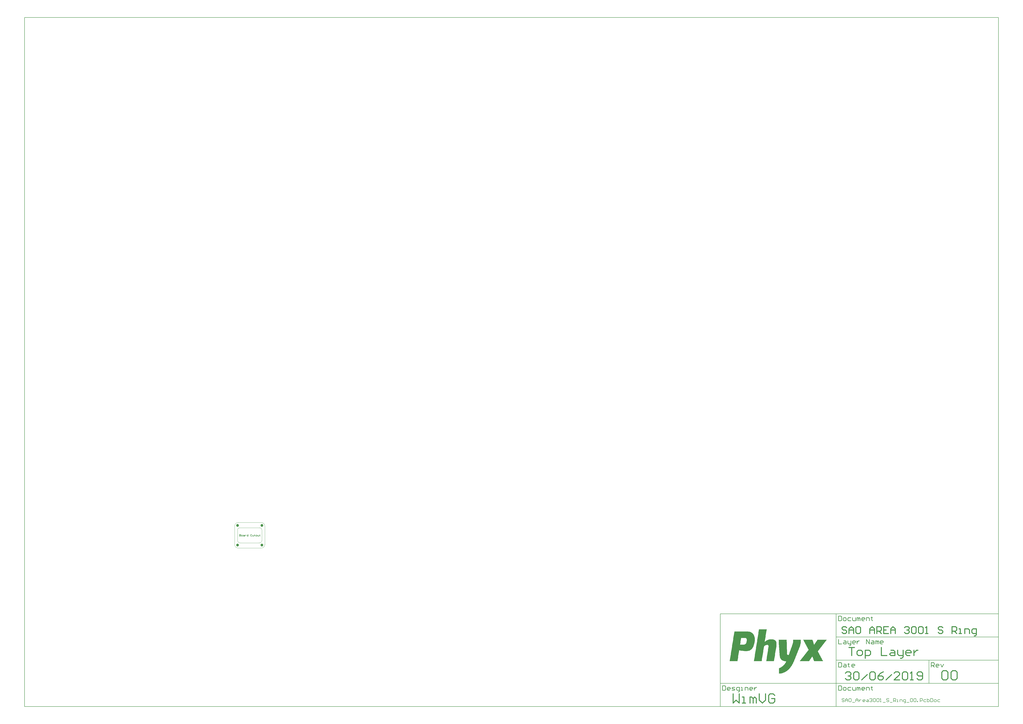
<source format=gtl>
G04*
G04 #@! TF.GenerationSoftware,Altium Limited,Altium Designer,18.1.11 (251)*
G04*
G04 Layer_Physical_Order=1*
G04 Layer_Color=3394611*
%FSLAX25Y25*%
%MOIN*%
G70*
G01*
G75*
%ADD10C,0.01575*%
%ADD11C,0.00394*%
%ADD12C,0.00591*%
%ADD13C,0.00787*%
%ADD14C,0.00984*%
%ADD16C,0.04724*%
G36*
X872201Y-141778D02*
X873919D01*
Y-142065D01*
X874778D01*
Y-142351D01*
X875637D01*
Y-142637D01*
X876496D01*
Y-142924D01*
X877069D01*
Y-143210D01*
X877355D01*
Y-143496D01*
X877928D01*
Y-143783D01*
X878214D01*
Y-144069D01*
X878786D01*
Y-144355D01*
X879073D01*
Y-144641D01*
X879359D01*
Y-144928D01*
X879646D01*
Y-145214D01*
X879932D01*
Y-145501D01*
X880218D01*
Y-145787D01*
X880504D01*
Y-146073D01*
Y-146359D01*
X880791D01*
Y-146646D01*
X881077D01*
Y-146932D01*
Y-147218D01*
X881363D01*
Y-147505D01*
X881650D01*
Y-147791D01*
Y-148077D01*
X881936D01*
Y-148364D01*
Y-148650D01*
Y-148936D01*
X882222D01*
Y-149223D01*
Y-149509D01*
Y-149795D01*
X882509D01*
Y-150082D01*
Y-150368D01*
Y-150654D01*
Y-150940D01*
X882795D01*
Y-151227D01*
Y-151513D01*
Y-151799D01*
Y-152086D01*
Y-152372D01*
X883081D01*
Y-152658D01*
Y-152945D01*
Y-153231D01*
Y-153517D01*
Y-153804D01*
Y-154090D01*
Y-154376D01*
Y-154663D01*
Y-154949D01*
Y-155235D01*
Y-155521D01*
Y-155808D01*
Y-156094D01*
Y-156380D01*
Y-156667D01*
Y-156953D01*
Y-157239D01*
Y-157526D01*
Y-157812D01*
Y-158098D01*
X882795D01*
Y-158385D01*
Y-158671D01*
Y-158957D01*
Y-159244D01*
Y-159530D01*
Y-159816D01*
Y-160102D01*
X882509D01*
Y-160389D01*
Y-160675D01*
Y-160961D01*
Y-161248D01*
Y-161534D01*
X882222D01*
Y-161820D01*
Y-162107D01*
Y-162393D01*
Y-162679D01*
Y-162966D01*
X881936D01*
Y-163252D01*
Y-163538D01*
Y-163824D01*
X881650D01*
Y-164111D01*
Y-164397D01*
Y-164683D01*
Y-164970D01*
X881363D01*
Y-165256D01*
Y-165542D01*
Y-165829D01*
X881077D01*
Y-166115D01*
Y-166401D01*
X880791D01*
Y-166688D01*
Y-166974D01*
Y-167260D01*
X880504D01*
Y-167547D01*
Y-167833D01*
X880218D01*
Y-168119D01*
Y-168405D01*
X879932D01*
Y-168692D01*
Y-168978D01*
X879646D01*
Y-169264D01*
X879359D01*
Y-169551D01*
Y-169837D01*
X879073D01*
Y-170123D01*
X878786D01*
Y-170410D01*
X878500D01*
Y-170696D01*
Y-170982D01*
X878214D01*
Y-171269D01*
X877928D01*
Y-171555D01*
X877641D01*
Y-171841D01*
X877355D01*
Y-172127D01*
X877069D01*
Y-172414D01*
X876496D01*
Y-172700D01*
X876210D01*
Y-172986D01*
X875637D01*
Y-173273D01*
X875351D01*
Y-173559D01*
X874778D01*
Y-173845D01*
X873919D01*
Y-174132D01*
X873060D01*
Y-174418D01*
X872201D01*
Y-174704D01*
X870483D01*
Y-174991D01*
X865330D01*
Y-174704D01*
X862753D01*
Y-174418D01*
X860749D01*
Y-174132D01*
X859317D01*
Y-173845D01*
X857886D01*
Y-173559D01*
X856454D01*
Y-173845D01*
Y-174132D01*
Y-174418D01*
Y-174704D01*
Y-174991D01*
Y-175277D01*
Y-175563D01*
X856168D01*
Y-175850D01*
Y-176136D01*
Y-176422D01*
Y-176709D01*
Y-176995D01*
Y-177281D01*
X855882D01*
Y-177568D01*
Y-177854D01*
Y-178140D01*
Y-178426D01*
Y-178713D01*
Y-178999D01*
X855595D01*
Y-179285D01*
Y-179572D01*
Y-179858D01*
Y-180144D01*
Y-180431D01*
Y-180717D01*
Y-181003D01*
X855309D01*
Y-181290D01*
Y-181576D01*
Y-181862D01*
Y-182149D01*
Y-182435D01*
Y-182721D01*
X855023D01*
Y-183007D01*
Y-183294D01*
Y-183580D01*
Y-183866D01*
Y-184153D01*
Y-184439D01*
X854736D01*
Y-184725D01*
Y-185012D01*
Y-185298D01*
Y-185584D01*
Y-185871D01*
Y-186157D01*
Y-186443D01*
X854450D01*
Y-186730D01*
Y-187016D01*
Y-187302D01*
Y-187588D01*
Y-187875D01*
Y-188161D01*
X854164D01*
Y-188447D01*
Y-188734D01*
Y-189020D01*
Y-189306D01*
Y-189593D01*
Y-189879D01*
X853877D01*
Y-190165D01*
Y-190452D01*
Y-190738D01*
Y-191024D01*
Y-191311D01*
Y-191597D01*
Y-191883D01*
X840421D01*
Y-191597D01*
X840707D01*
Y-191311D01*
Y-191024D01*
Y-190738D01*
Y-190452D01*
Y-190165D01*
X840993D01*
Y-189879D01*
Y-189593D01*
Y-189306D01*
Y-189020D01*
Y-188734D01*
Y-188447D01*
Y-188161D01*
X841280D01*
Y-187875D01*
Y-187588D01*
Y-187302D01*
Y-187016D01*
Y-186730D01*
Y-186443D01*
X841566D01*
Y-186157D01*
Y-185871D01*
Y-185584D01*
Y-185298D01*
Y-185012D01*
Y-184725D01*
X841852D01*
Y-184439D01*
Y-184153D01*
Y-183866D01*
Y-183580D01*
Y-183294D01*
Y-183007D01*
Y-182721D01*
X842138D01*
Y-182435D01*
Y-182149D01*
Y-181862D01*
Y-181576D01*
Y-181290D01*
Y-181003D01*
X842425D01*
Y-180717D01*
Y-180431D01*
Y-180144D01*
Y-179858D01*
Y-179572D01*
Y-179285D01*
X842711D01*
Y-178999D01*
Y-178713D01*
Y-178426D01*
Y-178140D01*
Y-177854D01*
Y-177568D01*
X842997D01*
Y-177281D01*
Y-176995D01*
Y-176709D01*
Y-176422D01*
Y-176136D01*
Y-175850D01*
Y-175563D01*
X843284D01*
Y-175277D01*
Y-174991D01*
Y-174704D01*
Y-174418D01*
Y-174132D01*
Y-173845D01*
X843570D01*
Y-173559D01*
Y-173273D01*
Y-172986D01*
Y-172700D01*
Y-172414D01*
Y-172127D01*
X843856D01*
Y-171841D01*
Y-171555D01*
Y-171269D01*
Y-170982D01*
Y-170696D01*
Y-170410D01*
X844143D01*
Y-170123D01*
Y-169837D01*
Y-169551D01*
Y-169264D01*
Y-168978D01*
Y-168692D01*
Y-168405D01*
X844429D01*
Y-168119D01*
Y-167833D01*
Y-167547D01*
Y-167260D01*
Y-166974D01*
Y-166688D01*
X844715D01*
Y-166401D01*
Y-166115D01*
Y-165829D01*
Y-165542D01*
Y-165256D01*
Y-164970D01*
X845002D01*
Y-164683D01*
Y-164397D01*
Y-164111D01*
Y-163824D01*
Y-163538D01*
Y-163252D01*
Y-162966D01*
X845288D01*
Y-162679D01*
Y-162393D01*
Y-162107D01*
Y-161820D01*
Y-161534D01*
Y-161248D01*
X845574D01*
Y-160961D01*
Y-160675D01*
Y-160389D01*
Y-160102D01*
Y-159816D01*
Y-159530D01*
X845861D01*
Y-159244D01*
Y-158957D01*
Y-158671D01*
Y-158385D01*
Y-158098D01*
Y-157812D01*
X846147D01*
Y-157526D01*
Y-157239D01*
Y-156953D01*
Y-156667D01*
Y-156380D01*
Y-156094D01*
Y-155808D01*
X846433D01*
Y-155521D01*
Y-155235D01*
Y-154949D01*
Y-154663D01*
Y-154376D01*
Y-154090D01*
X846719D01*
Y-153804D01*
Y-153517D01*
Y-153231D01*
Y-152945D01*
Y-152658D01*
Y-152372D01*
X847006D01*
Y-152086D01*
Y-151799D01*
Y-151513D01*
Y-151227D01*
Y-150940D01*
Y-150654D01*
Y-150368D01*
X847292D01*
Y-150082D01*
Y-149795D01*
Y-149509D01*
Y-149223D01*
Y-148936D01*
Y-148650D01*
X847578D01*
Y-148364D01*
Y-148077D01*
Y-147791D01*
Y-147505D01*
Y-147218D01*
Y-146932D01*
X847865D01*
Y-146646D01*
Y-146359D01*
Y-146073D01*
Y-145787D01*
Y-145501D01*
Y-145214D01*
Y-144928D01*
X848151D01*
Y-144641D01*
Y-144355D01*
Y-144069D01*
Y-143783D01*
Y-143496D01*
Y-143210D01*
X848437D01*
Y-142924D01*
Y-142637D01*
Y-142351D01*
Y-142065D01*
Y-141778D01*
Y-141492D01*
X872201D01*
Y-141778D01*
D02*
G37*
G36*
X903409Y-138343D02*
Y-138629D01*
X903123D01*
Y-138915D01*
Y-139202D01*
Y-139488D01*
Y-139774D01*
Y-140060D01*
Y-140347D01*
X902837D01*
Y-140633D01*
Y-140919D01*
Y-141206D01*
Y-141492D01*
Y-141778D01*
Y-142065D01*
X902551D01*
Y-142351D01*
Y-142637D01*
Y-142924D01*
Y-143210D01*
Y-143496D01*
Y-143783D01*
Y-144069D01*
X902264D01*
Y-144355D01*
Y-144641D01*
Y-144928D01*
Y-145214D01*
Y-145501D01*
Y-145787D01*
X901978D01*
Y-146073D01*
Y-146359D01*
Y-146646D01*
Y-146932D01*
Y-147218D01*
Y-147505D01*
X901692D01*
Y-147791D01*
Y-148077D01*
Y-148364D01*
Y-148650D01*
Y-148936D01*
Y-149223D01*
Y-149509D01*
X901405D01*
Y-149795D01*
Y-150082D01*
Y-150368D01*
Y-150654D01*
Y-150940D01*
Y-151227D01*
X901119D01*
Y-151513D01*
Y-151799D01*
Y-152086D01*
Y-152372D01*
Y-152658D01*
Y-152945D01*
X900833D01*
Y-153231D01*
Y-153517D01*
Y-153804D01*
Y-154090D01*
Y-154376D01*
Y-154663D01*
X900546D01*
Y-154949D01*
Y-155235D01*
Y-155521D01*
Y-155808D01*
Y-156094D01*
Y-156380D01*
Y-156667D01*
X900260D01*
Y-156953D01*
Y-157239D01*
Y-157526D01*
Y-157812D01*
Y-158098D01*
Y-158385D01*
X899974D01*
Y-158671D01*
Y-158957D01*
X900546D01*
Y-158671D01*
X900833D01*
Y-158385D01*
X901119D01*
Y-158098D01*
X901692D01*
Y-157812D01*
X901978D01*
Y-157526D01*
X902264D01*
Y-157239D01*
X902837D01*
Y-156953D01*
X903409D01*
Y-156667D01*
X903696D01*
Y-156380D01*
X904268D01*
Y-156094D01*
X905127D01*
Y-155808D01*
X905700D01*
Y-155521D01*
X906559D01*
Y-155235D01*
X907990D01*
Y-154949D01*
X914289D01*
Y-155235D01*
X915435D01*
Y-155521D01*
X916294D01*
Y-155808D01*
X916866D01*
Y-156094D01*
X917153D01*
Y-156380D01*
X917725D01*
Y-156667D01*
X918011D01*
Y-156953D01*
X918298D01*
Y-157239D01*
X918584D01*
Y-157526D01*
X918870D01*
Y-157812D01*
Y-158098D01*
X919157D01*
Y-158385D01*
Y-158671D01*
X919443D01*
Y-158957D01*
Y-159244D01*
Y-159530D01*
X919729D01*
Y-159816D01*
Y-160102D01*
Y-160389D01*
Y-160675D01*
X920016D01*
Y-160961D01*
Y-161248D01*
Y-161534D01*
Y-161820D01*
Y-162107D01*
Y-162393D01*
Y-162679D01*
Y-162966D01*
Y-163252D01*
Y-163538D01*
Y-163824D01*
Y-164111D01*
Y-164397D01*
Y-164683D01*
Y-164970D01*
Y-165256D01*
Y-165542D01*
Y-165829D01*
X919729D01*
Y-166115D01*
Y-166401D01*
Y-166688D01*
Y-166974D01*
Y-167260D01*
Y-167547D01*
Y-167833D01*
X919443D01*
Y-168119D01*
Y-168405D01*
Y-168692D01*
Y-168978D01*
Y-169264D01*
Y-169551D01*
Y-169837D01*
X919157D01*
Y-170123D01*
Y-170410D01*
Y-170696D01*
Y-170982D01*
Y-171269D01*
Y-171555D01*
X918870D01*
Y-171841D01*
Y-172127D01*
Y-172414D01*
Y-172700D01*
Y-172986D01*
Y-173273D01*
X918584D01*
Y-173559D01*
Y-173845D01*
Y-174132D01*
Y-174418D01*
Y-174704D01*
Y-174991D01*
X918298D01*
Y-175277D01*
Y-175563D01*
Y-175850D01*
Y-176136D01*
Y-176422D01*
Y-176709D01*
Y-176995D01*
X918011D01*
Y-177281D01*
Y-177568D01*
Y-177854D01*
Y-178140D01*
Y-178426D01*
Y-178713D01*
X917725D01*
Y-178999D01*
Y-179285D01*
Y-179572D01*
Y-179858D01*
Y-180144D01*
Y-180431D01*
X917439D01*
Y-180717D01*
Y-181003D01*
Y-181290D01*
Y-181576D01*
Y-181862D01*
Y-182149D01*
Y-182435D01*
X917153D01*
Y-182721D01*
Y-183007D01*
Y-183294D01*
Y-183580D01*
Y-183866D01*
Y-184153D01*
X916866D01*
Y-184439D01*
Y-184725D01*
Y-185012D01*
Y-185298D01*
Y-185584D01*
Y-185871D01*
X916580D01*
Y-186157D01*
Y-186443D01*
Y-186730D01*
Y-187016D01*
Y-187302D01*
Y-187588D01*
X916294D01*
Y-187875D01*
Y-188161D01*
Y-188447D01*
Y-188734D01*
Y-189020D01*
Y-189306D01*
Y-189593D01*
X916007D01*
Y-189879D01*
Y-190165D01*
Y-190452D01*
Y-190738D01*
Y-191024D01*
Y-191311D01*
X915721D01*
Y-191597D01*
Y-191883D01*
X902551D01*
Y-191597D01*
Y-191311D01*
X902837D01*
Y-191024D01*
Y-190738D01*
Y-190452D01*
Y-190165D01*
Y-189879D01*
Y-189593D01*
X903123D01*
Y-189306D01*
Y-189020D01*
Y-188734D01*
Y-188447D01*
Y-188161D01*
Y-187875D01*
Y-187588D01*
X903409D01*
Y-187302D01*
Y-187016D01*
Y-186730D01*
Y-186443D01*
Y-186157D01*
Y-185871D01*
X903696D01*
Y-185584D01*
Y-185298D01*
Y-185012D01*
Y-184725D01*
Y-184439D01*
Y-184153D01*
X903982D01*
Y-183866D01*
Y-183580D01*
Y-183294D01*
Y-183007D01*
Y-182721D01*
Y-182435D01*
Y-182149D01*
X904268D01*
Y-181862D01*
Y-181576D01*
Y-181290D01*
Y-181003D01*
Y-180717D01*
Y-180431D01*
X904555D01*
Y-180144D01*
Y-179858D01*
Y-179572D01*
Y-179285D01*
Y-178999D01*
Y-178713D01*
Y-178426D01*
X904841D01*
Y-178140D01*
Y-177854D01*
Y-177568D01*
Y-177281D01*
Y-176995D01*
Y-176709D01*
X905127D01*
Y-176422D01*
Y-176136D01*
Y-175850D01*
Y-175563D01*
Y-175277D01*
Y-174991D01*
X905414D01*
Y-174704D01*
Y-174418D01*
Y-174132D01*
Y-173845D01*
Y-173559D01*
Y-173273D01*
X905700D01*
Y-172986D01*
Y-172700D01*
Y-172414D01*
Y-172127D01*
Y-171841D01*
Y-171555D01*
Y-171269D01*
X905986D01*
Y-170982D01*
Y-170696D01*
Y-170410D01*
Y-170123D01*
Y-169837D01*
Y-169551D01*
X906273D01*
Y-169264D01*
Y-168978D01*
Y-168692D01*
Y-168405D01*
Y-168119D01*
Y-167833D01*
Y-167547D01*
X906559D01*
Y-167260D01*
Y-166974D01*
Y-166688D01*
Y-166401D01*
Y-166115D01*
Y-165829D01*
X906273D01*
Y-165542D01*
Y-165256D01*
X905986D01*
Y-164970D01*
X905700D01*
Y-164683D01*
X905127D01*
Y-164397D01*
X903409D01*
Y-164683D01*
X901978D01*
Y-164970D01*
X901119D01*
Y-165256D01*
X900546D01*
Y-165542D01*
X900260D01*
Y-165829D01*
X899687D01*
Y-166115D01*
X899401D01*
Y-166401D01*
X899115D01*
Y-166688D01*
Y-166974D01*
X898828D01*
Y-167260D01*
Y-167547D01*
Y-167833D01*
X898542D01*
Y-168119D01*
Y-168405D01*
Y-168692D01*
Y-168978D01*
Y-169264D01*
Y-169551D01*
X898256D01*
Y-169837D01*
Y-170123D01*
Y-170410D01*
Y-170696D01*
Y-170982D01*
Y-171269D01*
Y-171555D01*
X897970D01*
Y-171841D01*
Y-172127D01*
Y-172414D01*
Y-172700D01*
Y-172986D01*
Y-173273D01*
X897683D01*
Y-173559D01*
Y-173845D01*
Y-174132D01*
Y-174418D01*
Y-174704D01*
Y-174991D01*
X897397D01*
Y-175277D01*
Y-175563D01*
Y-175850D01*
Y-176136D01*
Y-176422D01*
Y-176709D01*
X897111D01*
Y-176995D01*
Y-177281D01*
Y-177568D01*
Y-177854D01*
Y-178140D01*
Y-178426D01*
Y-178713D01*
X896824D01*
Y-178999D01*
Y-179285D01*
Y-179572D01*
Y-179858D01*
Y-180144D01*
Y-180431D01*
X896538D01*
Y-180717D01*
Y-181003D01*
Y-181290D01*
Y-181576D01*
Y-181862D01*
Y-182149D01*
X896252D01*
Y-182435D01*
Y-182721D01*
Y-183007D01*
Y-183294D01*
Y-183580D01*
Y-183866D01*
Y-184153D01*
X895965D01*
Y-184439D01*
Y-184725D01*
Y-185012D01*
Y-185298D01*
Y-185584D01*
Y-185871D01*
X895679D01*
Y-186157D01*
Y-186443D01*
Y-186730D01*
Y-187016D01*
Y-187302D01*
Y-187588D01*
X895393D01*
Y-187875D01*
Y-188161D01*
Y-188447D01*
Y-188734D01*
Y-189020D01*
Y-189306D01*
X895106D01*
Y-189593D01*
Y-189879D01*
Y-190165D01*
Y-190452D01*
Y-190738D01*
Y-191024D01*
Y-191311D01*
X894820D01*
Y-191597D01*
Y-191883D01*
X881650D01*
Y-191597D01*
Y-191311D01*
X881936D01*
Y-191024D01*
Y-190738D01*
Y-190452D01*
Y-190165D01*
Y-189879D01*
Y-189593D01*
Y-189306D01*
X882222D01*
Y-189020D01*
Y-188734D01*
Y-188447D01*
Y-188161D01*
Y-187875D01*
Y-187588D01*
X882509D01*
Y-187302D01*
Y-187016D01*
Y-186730D01*
Y-186443D01*
Y-186157D01*
Y-185871D01*
X882795D01*
Y-185584D01*
Y-185298D01*
Y-185012D01*
Y-184725D01*
Y-184439D01*
Y-184153D01*
Y-183866D01*
X883081D01*
Y-183580D01*
Y-183294D01*
Y-183007D01*
Y-182721D01*
Y-182435D01*
Y-182149D01*
X883368D01*
Y-181862D01*
Y-181576D01*
Y-181290D01*
Y-181003D01*
Y-180717D01*
Y-180431D01*
X883654D01*
Y-180144D01*
Y-179858D01*
Y-179572D01*
Y-179285D01*
Y-178999D01*
Y-178713D01*
X883940D01*
Y-178426D01*
Y-178140D01*
Y-177854D01*
Y-177568D01*
Y-177281D01*
Y-176995D01*
Y-176709D01*
X884227D01*
Y-176422D01*
Y-176136D01*
Y-175850D01*
Y-175563D01*
Y-175277D01*
Y-174991D01*
X884513D01*
Y-174704D01*
Y-174418D01*
Y-174132D01*
Y-173845D01*
Y-173559D01*
Y-173273D01*
X884799D01*
Y-172986D01*
Y-172700D01*
Y-172414D01*
Y-172127D01*
Y-171841D01*
Y-171555D01*
Y-171269D01*
X885085D01*
Y-170982D01*
Y-170696D01*
Y-170410D01*
Y-170123D01*
Y-169837D01*
Y-169551D01*
X885372D01*
Y-169264D01*
Y-168978D01*
Y-168692D01*
Y-168405D01*
Y-168119D01*
Y-167833D01*
X885658D01*
Y-167547D01*
Y-167260D01*
Y-166974D01*
Y-166688D01*
Y-166401D01*
Y-166115D01*
X885944D01*
Y-165829D01*
Y-165542D01*
Y-165256D01*
Y-164970D01*
Y-164683D01*
Y-164397D01*
Y-164111D01*
X886231D01*
Y-163824D01*
Y-163538D01*
Y-163252D01*
Y-162966D01*
Y-162679D01*
Y-162393D01*
X886517D01*
Y-162107D01*
Y-161820D01*
Y-161534D01*
Y-161248D01*
Y-160961D01*
Y-160675D01*
X886803D01*
Y-160389D01*
Y-160102D01*
Y-159816D01*
Y-159530D01*
Y-159244D01*
Y-158957D01*
X887090D01*
Y-158671D01*
Y-158385D01*
Y-158098D01*
Y-157812D01*
Y-157526D01*
Y-157239D01*
Y-156953D01*
X887376D01*
Y-156667D01*
Y-156380D01*
Y-156094D01*
Y-155808D01*
Y-155521D01*
Y-155235D01*
X887662D01*
Y-154949D01*
Y-154663D01*
Y-154376D01*
Y-154090D01*
Y-153804D01*
Y-153517D01*
X887949D01*
Y-153231D01*
Y-152945D01*
Y-152658D01*
Y-152372D01*
Y-152086D01*
Y-151799D01*
Y-151513D01*
X888235D01*
Y-151227D01*
Y-150940D01*
Y-150654D01*
Y-150368D01*
Y-150082D01*
Y-149795D01*
X888521D01*
Y-149509D01*
Y-149223D01*
Y-148936D01*
Y-148650D01*
Y-148364D01*
Y-148077D01*
X888807D01*
Y-147791D01*
Y-147505D01*
Y-147218D01*
Y-146932D01*
Y-146646D01*
Y-146359D01*
X889094D01*
Y-146073D01*
Y-145787D01*
Y-145501D01*
Y-145214D01*
Y-144928D01*
Y-144641D01*
Y-144355D01*
X889380D01*
Y-144069D01*
Y-143783D01*
Y-143496D01*
Y-143210D01*
Y-142924D01*
Y-142637D01*
X889666D01*
Y-142351D01*
Y-142065D01*
Y-141778D01*
Y-141492D01*
Y-141206D01*
Y-140919D01*
X889953D01*
Y-140633D01*
Y-140347D01*
Y-140060D01*
Y-139774D01*
Y-139488D01*
Y-139202D01*
Y-138915D01*
X890239D01*
Y-138629D01*
Y-138343D01*
Y-138056D01*
X903409D01*
Y-138343D01*
D02*
G37*
G36*
X1005337Y-155808D02*
X1005050D01*
Y-156094D01*
X1004764D01*
Y-156380D01*
Y-156667D01*
X1004478D01*
Y-156953D01*
X1004192D01*
Y-157239D01*
X1003905D01*
Y-157526D01*
Y-157812D01*
X1003619D01*
Y-158098D01*
X1003333D01*
Y-158385D01*
X1003046D01*
Y-158671D01*
X1002760D01*
Y-158957D01*
Y-159244D01*
X1002474D01*
Y-159530D01*
X1002187D01*
Y-159816D01*
X1001901D01*
Y-160102D01*
Y-160389D01*
X1001615D01*
Y-160675D01*
X1001328D01*
Y-160961D01*
X1001042D01*
Y-161248D01*
X1000756D01*
Y-161534D01*
Y-161820D01*
X1000469D01*
Y-162107D01*
X1000183D01*
Y-162393D01*
X999897D01*
Y-162679D01*
Y-162966D01*
X999611D01*
Y-163252D01*
X999324D01*
Y-163538D01*
X999038D01*
Y-163824D01*
Y-164111D01*
X998752D01*
Y-164397D01*
X998465D01*
Y-164683D01*
X998179D01*
Y-164970D01*
X997893D01*
Y-165256D01*
Y-165542D01*
X997606D01*
Y-165829D01*
X997320D01*
Y-166115D01*
X997034D01*
Y-166401D01*
Y-166688D01*
X996747D01*
Y-166974D01*
X996461D01*
Y-167260D01*
X996175D01*
Y-167547D01*
Y-167833D01*
X995889D01*
Y-168119D01*
X995602D01*
Y-168405D01*
X995316D01*
Y-168692D01*
X995030D01*
Y-168978D01*
Y-169264D01*
X994743D01*
Y-169551D01*
X994457D01*
Y-169837D01*
X994171D01*
Y-170123D01*
Y-170410D01*
X993884D01*
Y-170696D01*
X993598D01*
Y-170982D01*
X993312D01*
Y-171269D01*
Y-171555D01*
X993025D01*
Y-171841D01*
X992739D01*
Y-172127D01*
X992453D01*
Y-172414D01*
X992166D01*
Y-172700D01*
Y-172986D01*
X991880D01*
Y-173273D01*
X991594D01*
Y-173559D01*
X991308D01*
Y-173845D01*
Y-174132D01*
X991021D01*
Y-174418D01*
X990735D01*
Y-174704D01*
X990449D01*
Y-174991D01*
X990162D01*
Y-175277D01*
Y-175563D01*
X990449D01*
Y-175850D01*
Y-176136D01*
X990735D01*
Y-176422D01*
Y-176709D01*
X991021D01*
Y-176995D01*
X991308D01*
Y-177281D01*
Y-177568D01*
X991594D01*
Y-177854D01*
Y-178140D01*
X991880D01*
Y-178426D01*
Y-178713D01*
X992166D01*
Y-178999D01*
Y-179285D01*
X992453D01*
Y-179572D01*
Y-179858D01*
X992739D01*
Y-180144D01*
Y-180431D01*
X993025D01*
Y-180717D01*
Y-181003D01*
X993312D01*
Y-181290D01*
Y-181576D01*
X993598D01*
Y-181862D01*
X993884D01*
Y-182149D01*
Y-182435D01*
X994171D01*
Y-182721D01*
Y-183007D01*
X994457D01*
Y-183294D01*
Y-183580D01*
X994743D01*
Y-183866D01*
Y-184153D01*
X995030D01*
Y-184439D01*
Y-184725D01*
X995316D01*
Y-185012D01*
Y-185298D01*
X995602D01*
Y-185584D01*
Y-185871D01*
X995889D01*
Y-186157D01*
X996175D01*
Y-186443D01*
Y-186730D01*
X996461D01*
Y-187016D01*
Y-187302D01*
X996747D01*
Y-187588D01*
Y-187875D01*
X997034D01*
Y-188161D01*
Y-188447D01*
X997320D01*
Y-188734D01*
Y-189020D01*
X997606D01*
Y-189306D01*
Y-189593D01*
X997893D01*
Y-189879D01*
Y-190165D01*
X998179D01*
Y-190452D01*
X998465D01*
Y-190738D01*
Y-191024D01*
X998752D01*
Y-191311D01*
Y-191597D01*
X999038D01*
Y-191883D01*
X983863D01*
Y-191597D01*
X983577D01*
Y-191311D01*
Y-191024D01*
Y-190738D01*
X983291D01*
Y-190452D01*
Y-190165D01*
Y-189879D01*
X983004D01*
Y-189593D01*
Y-189306D01*
X982718D01*
Y-189020D01*
Y-188734D01*
Y-188447D01*
X982432D01*
Y-188161D01*
Y-187875D01*
Y-187588D01*
X982146D01*
Y-187302D01*
Y-187016D01*
X981859D01*
Y-186730D01*
Y-186443D01*
Y-186157D01*
X981573D01*
Y-185871D01*
Y-185584D01*
Y-185298D01*
X981287D01*
Y-185012D01*
Y-184725D01*
Y-184439D01*
X981000D01*
Y-184153D01*
X980428D01*
Y-184439D01*
Y-184725D01*
X980141D01*
Y-185012D01*
X979855D01*
Y-185298D01*
Y-185584D01*
X979569D01*
Y-185871D01*
X979282D01*
Y-186157D01*
Y-186443D01*
X978996D01*
Y-186730D01*
X978710D01*
Y-187016D01*
Y-187302D01*
X978423D01*
Y-187588D01*
X978137D01*
Y-187875D01*
X977851D01*
Y-188161D01*
Y-188447D01*
X977565D01*
Y-188734D01*
X977278D01*
Y-189020D01*
Y-189306D01*
X976992D01*
Y-189593D01*
X976705D01*
Y-189879D01*
Y-190165D01*
X976419D01*
Y-190452D01*
X976133D01*
Y-190738D01*
Y-191024D01*
X975847D01*
Y-191311D01*
X975560D01*
Y-191597D01*
Y-191883D01*
X959527D01*
Y-191597D01*
X959813D01*
Y-191311D01*
X960099D01*
Y-191024D01*
X960386D01*
Y-190738D01*
X960672D01*
Y-190452D01*
Y-190165D01*
X960958D01*
Y-189879D01*
X961245D01*
Y-189593D01*
X961531D01*
Y-189306D01*
X961817D01*
Y-189020D01*
Y-188734D01*
X962104D01*
Y-188447D01*
X962390D01*
Y-188161D01*
X962676D01*
Y-187875D01*
Y-187588D01*
X962963D01*
Y-187302D01*
X963249D01*
Y-187016D01*
X963535D01*
Y-186730D01*
X963822D01*
Y-186443D01*
Y-186157D01*
X964108D01*
Y-185871D01*
X964394D01*
Y-185584D01*
X964680D01*
Y-185298D01*
X964967D01*
Y-185012D01*
Y-184725D01*
X965253D01*
Y-184439D01*
X965539D01*
Y-184153D01*
X965826D01*
Y-183866D01*
Y-183580D01*
X966112D01*
Y-183294D01*
X966398D01*
Y-183007D01*
X966685D01*
Y-182721D01*
X966971D01*
Y-182435D01*
Y-182149D01*
X967257D01*
Y-181862D01*
X967544D01*
Y-181576D01*
X967830D01*
Y-181290D01*
Y-181003D01*
X968116D01*
Y-180717D01*
X968402D01*
Y-180431D01*
X968689D01*
Y-180144D01*
X968975D01*
Y-179858D01*
Y-179572D01*
X969261D01*
Y-179285D01*
X969548D01*
Y-178999D01*
X969834D01*
Y-178713D01*
Y-178426D01*
X970120D01*
Y-178140D01*
X970407D01*
Y-177854D01*
X970693D01*
Y-177568D01*
X970979D01*
Y-177281D01*
Y-176995D01*
X971266D01*
Y-176709D01*
X971552D01*
Y-176422D01*
X971838D01*
Y-176136D01*
X972124D01*
Y-175850D01*
Y-175563D01*
X972411D01*
Y-175277D01*
X972697D01*
Y-174991D01*
X972983D01*
Y-174704D01*
Y-174418D01*
X973270D01*
Y-174132D01*
X973556D01*
Y-173845D01*
X973842D01*
Y-173559D01*
X974129D01*
Y-173273D01*
Y-172986D01*
X974415D01*
Y-172700D01*
Y-172414D01*
Y-172127D01*
X974129D01*
Y-171841D01*
X973842D01*
Y-171555D01*
Y-171269D01*
X973556D01*
Y-170982D01*
Y-170696D01*
X973270D01*
Y-170410D01*
Y-170123D01*
X972983D01*
Y-169837D01*
Y-169551D01*
X972697D01*
Y-169264D01*
Y-168978D01*
X972411D01*
Y-168692D01*
Y-168405D01*
X972124D01*
Y-168119D01*
X971838D01*
Y-167833D01*
Y-167547D01*
X971552D01*
Y-167260D01*
Y-166974D01*
X971266D01*
Y-166688D01*
Y-166401D01*
X970979D01*
Y-166115D01*
Y-165829D01*
X970693D01*
Y-165542D01*
Y-165256D01*
X970407D01*
Y-164970D01*
Y-164683D01*
X970120D01*
Y-164397D01*
X969834D01*
Y-164111D01*
Y-163824D01*
X969548D01*
Y-163538D01*
Y-163252D01*
X969261D01*
Y-162966D01*
Y-162679D01*
X968975D01*
Y-162393D01*
Y-162107D01*
X968689D01*
Y-161820D01*
Y-161534D01*
X968402D01*
Y-161248D01*
Y-160961D01*
X968116D01*
Y-160675D01*
Y-160389D01*
X967830D01*
Y-160102D01*
X967544D01*
Y-159816D01*
Y-159530D01*
X967257D01*
Y-159244D01*
Y-158957D01*
X966971D01*
Y-158671D01*
Y-158385D01*
X966685D01*
Y-158098D01*
Y-157812D01*
X966398D01*
Y-157526D01*
Y-157239D01*
X966112D01*
Y-156953D01*
Y-156667D01*
X965826D01*
Y-156380D01*
X965539D01*
Y-156094D01*
Y-155808D01*
X965253D01*
Y-155521D01*
X981000D01*
Y-155808D01*
X981287D01*
Y-156094D01*
Y-156380D01*
Y-156667D01*
X981573D01*
Y-156953D01*
Y-157239D01*
Y-157526D01*
X981859D01*
Y-157812D01*
Y-158098D01*
Y-158385D01*
X982146D01*
Y-158671D01*
Y-158957D01*
Y-159244D01*
X982432D01*
Y-159530D01*
Y-159816D01*
Y-160102D01*
X982718D01*
Y-160389D01*
Y-160675D01*
Y-160961D01*
X983004D01*
Y-161248D01*
Y-161534D01*
Y-161820D01*
X983291D01*
Y-162107D01*
Y-162393D01*
Y-162679D01*
X983577D01*
Y-162966D01*
Y-163252D01*
Y-163538D01*
Y-163824D01*
X984150D01*
Y-163538D01*
X984436D01*
Y-163252D01*
X984722D01*
Y-162966D01*
Y-162679D01*
X985009D01*
Y-162393D01*
X985295D01*
Y-162107D01*
Y-161820D01*
X985581D01*
Y-161534D01*
X985868D01*
Y-161248D01*
Y-160961D01*
X986154D01*
Y-160675D01*
X986440D01*
Y-160389D01*
Y-160102D01*
X986726D01*
Y-159816D01*
X987013D01*
Y-159530D01*
Y-159244D01*
X987299D01*
Y-158957D01*
X987585D01*
Y-158671D01*
Y-158385D01*
X987872D01*
Y-158098D01*
X988158D01*
Y-157812D01*
Y-157526D01*
X988444D01*
Y-157239D01*
X988731D01*
Y-156953D01*
Y-156667D01*
X989017D01*
Y-156380D01*
X989303D01*
Y-156094D01*
Y-155808D01*
X989590D01*
Y-155521D01*
X1005337D01*
Y-155808D01*
D02*
G37*
G36*
X961245D02*
Y-156094D01*
Y-156380D01*
Y-156667D01*
Y-156953D01*
Y-157239D01*
Y-157526D01*
Y-157812D01*
Y-158098D01*
Y-158385D01*
Y-158671D01*
Y-158957D01*
Y-159244D01*
Y-159530D01*
Y-159816D01*
Y-160102D01*
Y-160389D01*
Y-160675D01*
Y-160961D01*
Y-161248D01*
Y-161534D01*
X960958D01*
Y-161820D01*
Y-162107D01*
Y-162393D01*
Y-162679D01*
Y-162966D01*
X960672D01*
Y-163252D01*
Y-163538D01*
Y-163824D01*
Y-164111D01*
X960386D01*
Y-164397D01*
Y-164683D01*
Y-164970D01*
Y-165256D01*
X960099D01*
Y-165542D01*
Y-165829D01*
Y-166115D01*
X959813D01*
Y-166401D01*
Y-166688D01*
Y-166974D01*
X959527D01*
Y-167260D01*
Y-167547D01*
Y-167833D01*
X959241D01*
Y-168119D01*
Y-168405D01*
Y-168692D01*
X958954D01*
Y-168978D01*
Y-169264D01*
X958668D01*
Y-169551D01*
Y-169837D01*
X958381D01*
Y-170123D01*
Y-170410D01*
Y-170696D01*
X958095D01*
Y-170982D01*
Y-171269D01*
X957809D01*
Y-171555D01*
Y-171841D01*
Y-172127D01*
X957523D01*
Y-172414D01*
Y-172700D01*
X957236D01*
Y-172986D01*
Y-173273D01*
Y-173559D01*
X956950D01*
Y-173845D01*
Y-174132D01*
X956664D01*
Y-174418D01*
Y-174704D01*
Y-174991D01*
X956377D01*
Y-175277D01*
Y-175563D01*
X956091D01*
Y-175850D01*
Y-176136D01*
Y-176422D01*
X955805D01*
Y-176709D01*
Y-176995D01*
X955518D01*
Y-177281D01*
Y-177568D01*
Y-177854D01*
X955232D01*
Y-178140D01*
Y-178426D01*
X954946D01*
Y-178713D01*
Y-178999D01*
Y-179285D01*
X954659D01*
Y-179572D01*
Y-179858D01*
X954373D01*
Y-180144D01*
Y-180431D01*
Y-180717D01*
X954087D01*
Y-181003D01*
Y-181290D01*
X953800D01*
Y-181576D01*
Y-181862D01*
Y-182149D01*
X953514D01*
Y-182435D01*
Y-182721D01*
X953228D01*
Y-183007D01*
Y-183294D01*
Y-183580D01*
X952942D01*
Y-183866D01*
Y-184153D01*
X952655D01*
Y-184439D01*
Y-184725D01*
Y-185012D01*
X952369D01*
Y-185298D01*
Y-185584D01*
X952083D01*
Y-185871D01*
Y-186157D01*
Y-186443D01*
X951796D01*
Y-186730D01*
Y-187016D01*
X951510D01*
Y-187302D01*
Y-187588D01*
Y-187875D01*
X951224D01*
Y-188161D01*
Y-188447D01*
X950937D01*
Y-188734D01*
Y-189020D01*
Y-189306D01*
X950651D01*
Y-189593D01*
Y-189879D01*
X950365D01*
Y-190165D01*
Y-190452D01*
Y-190738D01*
X950078D01*
Y-191024D01*
Y-191311D01*
X949792D01*
Y-191597D01*
Y-191883D01*
Y-192169D01*
X949506D01*
Y-192456D01*
Y-192742D01*
X949220D01*
Y-193028D01*
Y-193315D01*
X948933D01*
Y-193601D01*
Y-193887D01*
X948647D01*
Y-194174D01*
Y-194460D01*
Y-194746D01*
X948361D01*
Y-195033D01*
X948074D01*
Y-195319D01*
Y-195605D01*
Y-195891D01*
X947788D01*
Y-196178D01*
X947502D01*
Y-196464D01*
Y-196750D01*
X947215D01*
Y-197037D01*
Y-197323D01*
X946929D01*
Y-197609D01*
Y-197896D01*
X946643D01*
Y-198182D01*
Y-198468D01*
X946356D01*
Y-198755D01*
X946070D01*
Y-199041D01*
Y-199327D01*
X945784D01*
Y-199614D01*
Y-199900D01*
X945497D01*
Y-200186D01*
X945211D01*
Y-200472D01*
X944925D01*
Y-200759D01*
Y-201045D01*
X944639D01*
Y-201331D01*
X944352D01*
Y-201618D01*
Y-201904D01*
X944066D01*
Y-202190D01*
X943780D01*
Y-202477D01*
X943493D01*
Y-202763D01*
Y-203049D01*
X943207D01*
Y-203336D01*
X942921D01*
Y-203622D01*
X942634D01*
Y-203908D01*
X942348D01*
Y-204195D01*
X942062D01*
Y-204481D01*
Y-204767D01*
X941775D01*
Y-205053D01*
X941489D01*
Y-205340D01*
X941203D01*
Y-205626D01*
X940916D01*
Y-205912D01*
X940630D01*
Y-206199D01*
X940344D01*
Y-206485D01*
X940057D01*
Y-206771D01*
X939485D01*
Y-207058D01*
X939199D01*
Y-207344D01*
X938912D01*
Y-207630D01*
X938626D01*
Y-207917D01*
X938340D01*
Y-208203D01*
X937767D01*
Y-208489D01*
X937481D01*
Y-208776D01*
X936908D01*
Y-209062D01*
X936622D01*
Y-209348D01*
X936049D01*
Y-209634D01*
X935763D01*
Y-209921D01*
X935190D01*
Y-210207D01*
X934618D01*
Y-210493D01*
X934045D01*
Y-210780D01*
X933472D01*
Y-211066D01*
X932900D01*
Y-211352D01*
X932041D01*
Y-211639D01*
X931468D01*
Y-211925D01*
X930609D01*
Y-212211D01*
X929464D01*
Y-212498D01*
X928319D01*
Y-212784D01*
X926601D01*
Y-213070D01*
X924597D01*
Y-213357D01*
X924310D01*
Y-213070D01*
Y-212784D01*
Y-212498D01*
Y-212211D01*
Y-211925D01*
Y-211639D01*
Y-211352D01*
Y-211066D01*
Y-210780D01*
Y-210493D01*
Y-210207D01*
Y-209921D01*
Y-209634D01*
Y-209348D01*
Y-209062D01*
Y-208776D01*
Y-208489D01*
Y-208203D01*
Y-207917D01*
Y-207630D01*
Y-207344D01*
Y-207058D01*
Y-206771D01*
Y-206485D01*
Y-206199D01*
Y-205912D01*
Y-205626D01*
Y-205340D01*
Y-205053D01*
Y-204767D01*
Y-204481D01*
Y-204195D01*
Y-203908D01*
X924883D01*
Y-203622D01*
X925455D01*
Y-203336D01*
X926028D01*
Y-203049D01*
X926601D01*
Y-202763D01*
X927173D01*
Y-202477D01*
X927746D01*
Y-202190D01*
X928032D01*
Y-201904D01*
X928605D01*
Y-201618D01*
X928891D01*
Y-201331D01*
X929464D01*
Y-201045D01*
X929750D01*
Y-200759D01*
X930037D01*
Y-200472D01*
X930609D01*
Y-200186D01*
X930896D01*
Y-199900D01*
X931182D01*
Y-199614D01*
X931468D01*
Y-199327D01*
X931754D01*
Y-199041D01*
X932041D01*
Y-198755D01*
X932327D01*
Y-198468D01*
X932613D01*
Y-198182D01*
X932900D01*
Y-197896D01*
X933186D01*
Y-197609D01*
X933472D01*
Y-197323D01*
X933759D01*
Y-197037D01*
Y-196750D01*
X934045D01*
Y-196464D01*
X934331D01*
Y-196178D01*
X934618D01*
Y-195891D01*
Y-195605D01*
X934904D01*
Y-195319D01*
X935190D01*
Y-195033D01*
Y-194746D01*
X935476D01*
Y-194460D01*
Y-194174D01*
X935763D01*
Y-193887D01*
X936049D01*
Y-193601D01*
Y-193315D01*
X936335D01*
Y-193028D01*
Y-192742D01*
X936622D01*
Y-192456D01*
Y-192169D01*
X934904D01*
Y-191883D01*
X932900D01*
Y-191597D01*
X931754D01*
Y-191311D01*
X931182D01*
Y-191024D01*
X930323D01*
Y-190738D01*
X929750D01*
Y-190452D01*
X929464D01*
Y-190165D01*
X928891D01*
Y-189879D01*
X928605D01*
Y-189593D01*
X928319D01*
Y-189306D01*
X928032D01*
Y-189020D01*
X927746D01*
Y-188734D01*
X927460D01*
Y-188447D01*
Y-188161D01*
X927173D01*
Y-187875D01*
X926887D01*
Y-187588D01*
Y-187302D01*
X926601D01*
Y-187016D01*
Y-186730D01*
X926315D01*
Y-186443D01*
Y-186157D01*
X926028D01*
Y-185871D01*
Y-185584D01*
Y-185298D01*
X925742D01*
Y-185012D01*
Y-184725D01*
Y-184439D01*
Y-184153D01*
X925455D01*
Y-183866D01*
Y-183580D01*
Y-183294D01*
Y-183007D01*
Y-182721D01*
Y-182435D01*
Y-182149D01*
X925169D01*
Y-181862D01*
Y-181576D01*
Y-181290D01*
Y-181003D01*
Y-180717D01*
Y-180431D01*
Y-180144D01*
Y-179858D01*
Y-179572D01*
Y-179285D01*
Y-178999D01*
Y-178713D01*
Y-178426D01*
Y-178140D01*
Y-177854D01*
X924883D01*
Y-177568D01*
Y-177281D01*
Y-176995D01*
Y-176709D01*
Y-176422D01*
Y-176136D01*
Y-175850D01*
Y-175563D01*
Y-175277D01*
Y-174991D01*
Y-174704D01*
Y-174418D01*
Y-174132D01*
Y-173845D01*
Y-173559D01*
X924597D01*
Y-173273D01*
Y-172986D01*
Y-172700D01*
Y-172414D01*
Y-172127D01*
Y-171841D01*
Y-171555D01*
Y-171269D01*
Y-170982D01*
Y-170696D01*
Y-170410D01*
Y-170123D01*
Y-169837D01*
Y-169551D01*
Y-169264D01*
Y-168978D01*
X924310D01*
Y-168692D01*
Y-168405D01*
Y-168119D01*
Y-167833D01*
Y-167547D01*
Y-167260D01*
Y-166974D01*
Y-166688D01*
Y-166401D01*
Y-166115D01*
Y-165829D01*
Y-165542D01*
Y-165256D01*
Y-164970D01*
Y-164683D01*
Y-164397D01*
X924024D01*
Y-164111D01*
Y-163824D01*
Y-163538D01*
Y-163252D01*
Y-162966D01*
Y-162679D01*
Y-162393D01*
Y-162107D01*
Y-161820D01*
Y-161534D01*
Y-161248D01*
Y-160961D01*
Y-160675D01*
Y-160389D01*
X923738D01*
Y-160102D01*
Y-159816D01*
Y-159530D01*
Y-159244D01*
Y-158957D01*
Y-158671D01*
Y-158385D01*
Y-158098D01*
Y-157812D01*
Y-157526D01*
Y-157239D01*
Y-156953D01*
Y-156667D01*
Y-156380D01*
Y-156094D01*
Y-155808D01*
X923451D01*
Y-155521D01*
X937194D01*
Y-155808D01*
Y-156094D01*
Y-156380D01*
Y-156667D01*
Y-156953D01*
Y-157239D01*
Y-157526D01*
Y-157812D01*
Y-158098D01*
Y-158385D01*
Y-158671D01*
Y-158957D01*
Y-159244D01*
Y-159530D01*
X937481D01*
Y-159816D01*
Y-160102D01*
Y-160389D01*
Y-160675D01*
Y-160961D01*
Y-161248D01*
Y-161534D01*
Y-161820D01*
Y-162107D01*
Y-162393D01*
Y-162679D01*
Y-162966D01*
Y-163252D01*
Y-163538D01*
Y-163824D01*
Y-164111D01*
Y-164397D01*
Y-164683D01*
Y-164970D01*
Y-165256D01*
Y-165542D01*
Y-165829D01*
Y-166115D01*
Y-166401D01*
Y-166688D01*
Y-166974D01*
Y-167260D01*
Y-167547D01*
Y-167833D01*
Y-168119D01*
Y-168405D01*
Y-168692D01*
Y-168978D01*
Y-169264D01*
Y-169551D01*
Y-169837D01*
Y-170123D01*
Y-170410D01*
Y-170696D01*
Y-170982D01*
Y-171269D01*
X937767D01*
Y-171555D01*
X937481D01*
Y-171841D01*
Y-172127D01*
X937767D01*
Y-172414D01*
Y-172700D01*
Y-172986D01*
Y-173273D01*
Y-173559D01*
Y-173845D01*
Y-174132D01*
Y-174418D01*
Y-174704D01*
Y-174991D01*
Y-175277D01*
Y-175563D01*
Y-175850D01*
Y-176136D01*
Y-176422D01*
Y-176709D01*
Y-176995D01*
Y-177281D01*
Y-177568D01*
Y-177854D01*
Y-178140D01*
Y-178426D01*
Y-178713D01*
Y-178999D01*
Y-179285D01*
Y-179572D01*
X938053D01*
Y-179858D01*
Y-180144D01*
Y-180431D01*
X938340D01*
Y-180717D01*
X938626D01*
Y-181003D01*
X938912D01*
Y-181290D01*
X939771D01*
Y-181576D01*
X940630D01*
Y-181290D01*
X940916D01*
Y-181003D01*
Y-180717D01*
Y-180431D01*
X941203D01*
Y-180144D01*
Y-179858D01*
X941489D01*
Y-179572D01*
Y-179285D01*
Y-178999D01*
X941775D01*
Y-178713D01*
Y-178426D01*
Y-178140D01*
X942062D01*
Y-177854D01*
Y-177568D01*
Y-177281D01*
X942348D01*
Y-176995D01*
Y-176709D01*
Y-176422D01*
X942634D01*
Y-176136D01*
Y-175850D01*
X942921D01*
Y-175563D01*
Y-175277D01*
Y-174991D01*
X943207D01*
Y-174704D01*
Y-174418D01*
Y-174132D01*
X943493D01*
Y-173845D01*
Y-173559D01*
Y-173273D01*
X943780D01*
Y-172986D01*
Y-172700D01*
X944066D01*
Y-172414D01*
Y-172127D01*
Y-171841D01*
X944352D01*
Y-171555D01*
Y-171269D01*
Y-170982D01*
X944639D01*
Y-170696D01*
Y-170410D01*
Y-170123D01*
X944925D01*
Y-169837D01*
Y-169551D01*
X945211D01*
Y-169264D01*
Y-168978D01*
Y-168692D01*
X945497D01*
Y-168405D01*
Y-168119D01*
Y-167833D01*
X945784D01*
Y-167547D01*
Y-167260D01*
Y-166974D01*
X946070D01*
Y-166688D01*
Y-166401D01*
X946356D01*
Y-166115D01*
Y-165829D01*
Y-165542D01*
X946643D01*
Y-165256D01*
Y-164970D01*
Y-164683D01*
X946929D01*
Y-164397D01*
Y-164111D01*
Y-163824D01*
X947215D01*
Y-163538D01*
Y-163252D01*
Y-162966D01*
Y-162679D01*
X947502D01*
Y-162393D01*
Y-162107D01*
Y-161820D01*
Y-161534D01*
X947788D01*
Y-161248D01*
Y-160961D01*
Y-160675D01*
Y-160389D01*
Y-160102D01*
X948074D01*
Y-159816D01*
Y-159530D01*
Y-159244D01*
Y-158957D01*
Y-158671D01*
Y-158385D01*
X948361D01*
Y-158098D01*
Y-157812D01*
Y-157526D01*
Y-157239D01*
Y-156953D01*
Y-156667D01*
Y-156380D01*
Y-156094D01*
Y-155808D01*
Y-155521D01*
X961245D01*
Y-155808D01*
D02*
G37*
%LPC*%
G36*
X867907Y-152658D02*
X859890D01*
Y-152945D01*
Y-153231D01*
Y-153517D01*
Y-153804D01*
Y-154090D01*
X859604D01*
Y-154376D01*
Y-154663D01*
Y-154949D01*
Y-155235D01*
Y-155521D01*
Y-155808D01*
X859317D01*
Y-156094D01*
Y-156380D01*
Y-156667D01*
Y-156953D01*
Y-157239D01*
Y-157526D01*
X859031D01*
Y-157812D01*
Y-158098D01*
Y-158385D01*
Y-158671D01*
Y-158957D01*
Y-159244D01*
X858745D01*
Y-159530D01*
Y-159816D01*
Y-160102D01*
Y-160389D01*
Y-160675D01*
Y-160961D01*
Y-161248D01*
X858458D01*
Y-161534D01*
Y-161820D01*
Y-162107D01*
Y-162393D01*
Y-162679D01*
Y-162966D01*
X858172D01*
Y-163252D01*
Y-163538D01*
Y-163824D01*
X865330D01*
Y-163538D01*
X866475D01*
Y-163252D01*
X867048D01*
Y-162966D01*
X867334D01*
Y-162679D01*
X867620D01*
Y-162393D01*
X867907D01*
Y-162107D01*
X868193D01*
Y-161820D01*
Y-161534D01*
X868479D01*
Y-161248D01*
Y-160961D01*
X868766D01*
Y-160675D01*
Y-160389D01*
X869052D01*
Y-160102D01*
Y-159816D01*
Y-159530D01*
Y-159244D01*
X869338D01*
Y-158957D01*
Y-158671D01*
Y-158385D01*
Y-158098D01*
Y-157812D01*
X869625D01*
Y-157526D01*
Y-157239D01*
Y-156953D01*
Y-156667D01*
Y-156380D01*
Y-156094D01*
Y-155808D01*
Y-155521D01*
Y-155235D01*
Y-154949D01*
Y-154663D01*
X869338D01*
Y-154376D01*
Y-154090D01*
X869052D01*
Y-153804D01*
Y-153517D01*
X868766D01*
Y-153231D01*
X868479D01*
Y-152945D01*
X867907D01*
Y-152658D01*
D02*
G37*
%LPD*%
D10*
X1042921Y-168552D02*
X1052104D01*
X1047513D01*
Y-182327D01*
X1058992D02*
X1063584D01*
X1065879Y-180031D01*
Y-175439D01*
X1063584Y-173144D01*
X1058992D01*
X1056696Y-175439D01*
Y-180031D01*
X1058992Y-182327D01*
X1070471Y-186919D02*
Y-173144D01*
X1077359D01*
X1079655Y-175439D01*
Y-180031D01*
X1077359Y-182327D01*
X1070471D01*
X1098021Y-168552D02*
Y-182327D01*
X1107205D01*
X1114092Y-173144D02*
X1118684D01*
X1120980Y-175439D01*
Y-182327D01*
X1114092D01*
X1111796Y-180031D01*
X1114092Y-177735D01*
X1120980D01*
X1125571Y-173144D02*
Y-180031D01*
X1127867Y-182327D01*
X1134755D01*
Y-184623D01*
X1132459Y-186919D01*
X1130163D01*
X1134755Y-182327D02*
Y-173144D01*
X1146234Y-182327D02*
X1141642D01*
X1139347Y-180031D01*
Y-175439D01*
X1141642Y-173144D01*
X1146234D01*
X1148530Y-175439D01*
Y-177735D01*
X1139347D01*
X1153122Y-173144D02*
Y-182327D01*
Y-177735D01*
X1155417Y-175439D01*
X1157713Y-173144D01*
X1160009D01*
X846071Y-247293D02*
Y-263036D01*
X851318Y-257788D01*
X856566Y-263036D01*
Y-247293D01*
X861814Y-263036D02*
X867061D01*
X864437D01*
Y-252540D01*
X861814D01*
X874933Y-263036D02*
Y-252540D01*
X877556D01*
X880180Y-255164D01*
Y-263036D01*
Y-255164D01*
X882804Y-252540D01*
X885428Y-255164D01*
Y-263036D01*
X890676Y-247293D02*
Y-257788D01*
X895923Y-263036D01*
X901171Y-257788D01*
Y-247293D01*
X916914Y-249917D02*
X914290Y-247293D01*
X909042D01*
X906419Y-249917D01*
Y-260412D01*
X909042Y-263036D01*
X914290D01*
X916914Y-260412D01*
Y-255164D01*
X911666D01*
X1200401Y-210546D02*
X1203025Y-207923D01*
X1208273D01*
X1210897Y-210546D01*
Y-221042D01*
X1208273Y-223665D01*
X1203025D01*
X1200401Y-221042D01*
Y-210546D01*
X1216144D02*
X1218768Y-207923D01*
X1224016D01*
X1226639Y-210546D01*
Y-221042D01*
X1224016Y-223665D01*
X1218768D01*
X1216144Y-221042D01*
Y-210546D01*
X1037015Y-212186D02*
X1039311Y-209890D01*
X1043903D01*
X1046199Y-212186D01*
Y-214482D01*
X1043903Y-216778D01*
X1041607D01*
X1043903D01*
X1046199Y-219074D01*
Y-221370D01*
X1043903Y-223665D01*
X1039311D01*
X1037015Y-221370D01*
X1050791Y-212186D02*
X1053086Y-209890D01*
X1057678D01*
X1059974Y-212186D01*
Y-221370D01*
X1057678Y-223665D01*
X1053086D01*
X1050791Y-221370D01*
Y-212186D01*
X1064566Y-223665D02*
X1073749Y-214482D01*
X1078341Y-212186D02*
X1080637Y-209890D01*
X1085228D01*
X1087524Y-212186D01*
Y-221370D01*
X1085228Y-223665D01*
X1080637D01*
X1078341Y-221370D01*
Y-212186D01*
X1101299Y-209890D02*
X1096707Y-212186D01*
X1092116Y-216778D01*
Y-221370D01*
X1094412Y-223665D01*
X1099003D01*
X1101299Y-221370D01*
Y-219074D01*
X1099003Y-216778D01*
X1092116D01*
X1105891Y-223665D02*
X1115074Y-214482D01*
X1128849Y-223665D02*
X1119666D01*
X1128849Y-214482D01*
Y-212186D01*
X1126553Y-209890D01*
X1121962D01*
X1119666Y-212186D01*
X1133441D02*
X1135737Y-209890D01*
X1140329D01*
X1142624Y-212186D01*
Y-221370D01*
X1140329Y-223665D01*
X1135737D01*
X1133441Y-221370D01*
Y-212186D01*
X1147216Y-223665D02*
X1151808D01*
X1149512D01*
Y-209890D01*
X1147216Y-212186D01*
X1158695Y-221370D02*
X1160991Y-223665D01*
X1165583D01*
X1167879Y-221370D01*
Y-212186D01*
X1165583Y-209890D01*
X1160991D01*
X1158695Y-212186D01*
Y-214482D01*
X1160991Y-216778D01*
X1167879D01*
X1038981Y-135086D02*
X1037014Y-133118D01*
X1033078D01*
X1031110Y-135086D01*
Y-137054D01*
X1033078Y-139022D01*
X1037014D01*
X1038981Y-140990D01*
Y-142957D01*
X1037014Y-144925D01*
X1033078D01*
X1031110Y-142957D01*
X1042917Y-144925D02*
Y-137054D01*
X1046853Y-133118D01*
X1050789Y-137054D01*
Y-144925D01*
Y-139022D01*
X1042917D01*
X1060628Y-133118D02*
X1056692D01*
X1054724Y-135086D01*
Y-142957D01*
X1056692Y-144925D01*
X1060628D01*
X1062596Y-142957D01*
Y-135086D01*
X1060628Y-133118D01*
X1078339Y-144925D02*
Y-137054D01*
X1082275Y-133118D01*
X1086210Y-137054D01*
Y-144925D01*
Y-139022D01*
X1078339D01*
X1090146Y-144925D02*
Y-133118D01*
X1096049D01*
X1098017Y-135086D01*
Y-139022D01*
X1096049Y-140990D01*
X1090146D01*
X1094082D02*
X1098017Y-144925D01*
X1109825Y-133118D02*
X1101953D01*
Y-144925D01*
X1109825D01*
X1101953Y-139022D02*
X1105889D01*
X1113760Y-144925D02*
Y-137054D01*
X1117696Y-133118D01*
X1121632Y-137054D01*
Y-144925D01*
Y-139022D01*
X1113760D01*
X1137375Y-135086D02*
X1139343Y-133118D01*
X1143278D01*
X1145246Y-135086D01*
Y-137054D01*
X1143278Y-139022D01*
X1141310D01*
X1143278D01*
X1145246Y-140990D01*
Y-142957D01*
X1143278Y-144925D01*
X1139343D01*
X1137375Y-142957D01*
X1149182Y-135086D02*
X1151150Y-133118D01*
X1155085D01*
X1157053Y-135086D01*
Y-142957D01*
X1155085Y-144925D01*
X1151150D01*
X1149182Y-142957D01*
Y-135086D01*
X1160989D02*
X1162957Y-133118D01*
X1166893D01*
X1168861Y-135086D01*
Y-142957D01*
X1166893Y-144925D01*
X1162957D01*
X1160989Y-142957D01*
Y-135086D01*
X1172796Y-144925D02*
X1176732D01*
X1174764D01*
Y-133118D01*
X1172796Y-135086D01*
X1202314D02*
X1200346Y-133118D01*
X1196411D01*
X1194443Y-135086D01*
Y-137054D01*
X1196411Y-139022D01*
X1200346D01*
X1202314Y-140990D01*
Y-142957D01*
X1200346Y-144925D01*
X1196411D01*
X1194443Y-142957D01*
X1218057Y-144925D02*
Y-133118D01*
X1223961D01*
X1225929Y-135086D01*
Y-139022D01*
X1223961Y-140990D01*
X1218057D01*
X1221993D02*
X1225929Y-144925D01*
X1229865D02*
X1233800D01*
X1231832D01*
Y-137054D01*
X1229865D01*
X1239704Y-144925D02*
Y-137054D01*
X1245607D01*
X1247575Y-139022D01*
Y-144925D01*
X1255447Y-148861D02*
X1257415D01*
X1259383Y-146893D01*
Y-137054D01*
X1253479D01*
X1251511Y-139022D01*
Y-142957D01*
X1253479Y-144925D01*
X1259383D01*
D11*
X46260Y30512D02*
G03*
X42323Y34449I-3937J0D01*
G01*
Y8858D02*
G03*
X46260Y12795I0J3937D01*
G01*
X4921D02*
G03*
X8858Y8858I3937J0D01*
G01*
Y34449D02*
G03*
X4921Y30512I0J-3937D01*
G01*
X0Y5906D02*
G03*
X5906Y0I5906J0D01*
G01*
X51181Y37402D02*
G03*
X45276Y43307I-5906J0D01*
G01*
Y0D02*
G03*
X51181Y5906I0J5906D01*
G01*
X5906Y43307D02*
G03*
X0Y37402I0J-5906D01*
G01*
X8858Y8858D02*
X42323D01*
X46260Y12795D02*
Y30512D01*
X8858Y34449D02*
X42323D01*
X4921Y12795D02*
Y30512D01*
X0Y5906D02*
Y37402D01*
X51181Y5906D02*
Y37402D01*
X5906Y0D02*
X45276D01*
X5906Y43307D02*
X45276D01*
D12*
X8169Y23227D02*
Y20079D01*
X9744D01*
X10268Y20604D01*
Y21128D01*
X9744Y21653D01*
X8169D01*
X9744D01*
X10268Y22178D01*
Y22703D01*
X9744Y23227D01*
X8169D01*
X11843Y20079D02*
X12892D01*
X13417Y20604D01*
Y21653D01*
X12892Y22178D01*
X11843D01*
X11318Y21653D01*
Y20604D01*
X11843Y20079D01*
X14991Y22178D02*
X16041D01*
X16566Y21653D01*
Y20079D01*
X14991D01*
X14467Y20604D01*
X14991Y21128D01*
X16566D01*
X17615Y22178D02*
Y20079D01*
Y21128D01*
X18140Y21653D01*
X18665Y22178D01*
X19189D01*
X22863Y23227D02*
Y20079D01*
X21288D01*
X20764Y20604D01*
Y21653D01*
X21288Y22178D01*
X22863D01*
X29160Y22703D02*
X28635Y23227D01*
X27586D01*
X27061Y22703D01*
Y20604D01*
X27586Y20079D01*
X28635D01*
X29160Y20604D01*
X30209Y22178D02*
Y20604D01*
X30734Y20079D01*
X32309D01*
Y22178D01*
X33883Y22703D02*
Y22178D01*
X33358D01*
X34407D01*
X33883D01*
Y20604D01*
X34407Y20079D01*
X36507D02*
X37556D01*
X38081Y20604D01*
Y21653D01*
X37556Y22178D01*
X36507D01*
X35982Y21653D01*
Y20604D01*
X36507Y20079D01*
X39130Y22178D02*
Y20604D01*
X39655Y20079D01*
X41230D01*
Y22178D01*
X42804Y22703D02*
Y22178D01*
X42279D01*
X43329D01*
X42804D01*
Y20604D01*
X43329Y20079D01*
D13*
X1178748Y-229571D02*
Y-190201D01*
X1021267Y-150831D02*
X1296858D01*
X1021267Y-190201D02*
X1296858D01*
X824417Y-229571D02*
X1296858D01*
X824417Y-111461D02*
X1296858D01*
X824417Y-268941D02*
Y-111461D01*
X1021267Y-268941D02*
Y-111461D01*
X-356685Y900350D02*
X1296858D01*
Y-268941D02*
Y900350D01*
X-356685Y-268941D02*
Y900350D01*
Y-268941D02*
X1296858D01*
X1035046Y-256147D02*
X1034062Y-255164D01*
X1032094D01*
X1031110Y-256147D01*
Y-257131D01*
X1032094Y-258115D01*
X1034062D01*
X1035046Y-259099D01*
Y-260083D01*
X1034062Y-261067D01*
X1032094D01*
X1031110Y-260083D01*
X1037014Y-261067D02*
Y-257131D01*
X1038981Y-255164D01*
X1040949Y-257131D01*
Y-261067D01*
Y-258115D01*
X1037014D01*
X1045869Y-255164D02*
X1043901D01*
X1042917Y-256147D01*
Y-260083D01*
X1043901Y-261067D01*
X1045869D01*
X1046853Y-260083D01*
Y-256147D01*
X1045869Y-255164D01*
X1048821Y-262051D02*
X1052757D01*
X1054724Y-261067D02*
Y-257131D01*
X1056692Y-255164D01*
X1058660Y-257131D01*
Y-261067D01*
Y-258115D01*
X1054724D01*
X1060628Y-257131D02*
Y-261067D01*
Y-259099D01*
X1061612Y-258115D01*
X1062596Y-257131D01*
X1063580D01*
X1069483Y-261067D02*
X1067515D01*
X1066531Y-260083D01*
Y-258115D01*
X1067515Y-257131D01*
X1069483D01*
X1070467Y-258115D01*
Y-259099D01*
X1066531D01*
X1073419Y-257131D02*
X1075387D01*
X1076371Y-258115D01*
Y-261067D01*
X1073419D01*
X1072435Y-260083D01*
X1073419Y-259099D01*
X1076371D01*
X1078339Y-256147D02*
X1079323Y-255164D01*
X1081291D01*
X1082275Y-256147D01*
Y-257131D01*
X1081291Y-258115D01*
X1080307D01*
X1081291D01*
X1082275Y-259099D01*
Y-260083D01*
X1081291Y-261067D01*
X1079323D01*
X1078339Y-260083D01*
X1084242Y-256147D02*
X1085226Y-255164D01*
X1087194D01*
X1088178Y-256147D01*
Y-260083D01*
X1087194Y-261067D01*
X1085226D01*
X1084242Y-260083D01*
Y-256147D01*
X1090146D02*
X1091130Y-255164D01*
X1093098D01*
X1094082Y-256147D01*
Y-260083D01*
X1093098Y-261067D01*
X1091130D01*
X1090146Y-260083D01*
Y-256147D01*
X1096049Y-261067D02*
X1098017D01*
X1097034D01*
Y-255164D01*
X1096049Y-256147D01*
X1100969Y-262051D02*
X1104905D01*
X1110808Y-256147D02*
X1109825Y-255164D01*
X1107857D01*
X1106873Y-256147D01*
Y-257131D01*
X1107857Y-258115D01*
X1109825D01*
X1110808Y-259099D01*
Y-260083D01*
X1109825Y-261067D01*
X1107857D01*
X1106873Y-260083D01*
X1112776Y-262051D02*
X1116712D01*
X1118680Y-261067D02*
Y-255164D01*
X1121632D01*
X1122616Y-256147D01*
Y-258115D01*
X1121632Y-259099D01*
X1118680D01*
X1120648D02*
X1122616Y-261067D01*
X1124584D02*
X1126552D01*
X1125568D01*
Y-257131D01*
X1124584D01*
X1129503Y-261067D02*
Y-257131D01*
X1132455D01*
X1133439Y-258115D01*
Y-261067D01*
X1137375Y-263035D02*
X1138359D01*
X1139343Y-262051D01*
Y-257131D01*
X1136391D01*
X1135407Y-258115D01*
Y-260083D01*
X1136391Y-261067D01*
X1139343D01*
X1141311Y-262051D02*
X1145246D01*
X1147214Y-256147D02*
X1148198Y-255164D01*
X1150166D01*
X1151150Y-256147D01*
Y-260083D01*
X1150166Y-261067D01*
X1148198D01*
X1147214Y-260083D01*
Y-256147D01*
X1153118D02*
X1154102Y-255164D01*
X1156069D01*
X1157053Y-256147D01*
Y-260083D01*
X1156069Y-261067D01*
X1154102D01*
X1153118Y-260083D01*
Y-256147D01*
X1159021Y-261067D02*
Y-260083D01*
X1160005D01*
Y-261067D01*
X1159021D01*
X1163941D02*
Y-255164D01*
X1166893D01*
X1167877Y-256147D01*
Y-258115D01*
X1166893Y-259099D01*
X1163941D01*
X1173780Y-257131D02*
X1170829D01*
X1169845Y-258115D01*
Y-260083D01*
X1170829Y-261067D01*
X1173780D01*
X1175748Y-255164D02*
Y-261067D01*
X1178700D01*
X1179684Y-260083D01*
Y-259099D01*
Y-258115D01*
X1178700Y-257131D01*
X1175748D01*
X1181652Y-255164D02*
Y-261067D01*
X1184604D01*
X1185588Y-260083D01*
Y-256147D01*
X1184604Y-255164D01*
X1181652D01*
X1188539Y-261067D02*
X1190507D01*
X1191491Y-260083D01*
Y-258115D01*
X1190507Y-257131D01*
X1188539D01*
X1187555Y-258115D01*
Y-260083D01*
X1188539Y-261067D01*
X1197395Y-257131D02*
X1194443D01*
X1193459Y-258115D01*
Y-260083D01*
X1194443Y-261067D01*
X1197395D01*
D14*
X1182685Y-202012D02*
Y-194141D01*
X1186621D01*
X1187932Y-195452D01*
Y-198076D01*
X1186621Y-199388D01*
X1182685D01*
X1185308D02*
X1187932Y-202012D01*
X1194492D02*
X1191868D01*
X1190556Y-200700D01*
Y-198076D01*
X1191868Y-196764D01*
X1194492D01*
X1195804Y-198076D01*
Y-199388D01*
X1190556D01*
X1198428Y-196764D02*
X1201052Y-202012D01*
X1203675Y-196764D01*
X828354Y-233511D02*
Y-241382D01*
X832290D01*
X833602Y-240070D01*
Y-234823D01*
X832290Y-233511D01*
X828354D01*
X840161Y-241382D02*
X837537D01*
X836226Y-240070D01*
Y-237446D01*
X837537Y-236134D01*
X840161D01*
X841473Y-237446D01*
Y-238758D01*
X836226D01*
X844097Y-241382D02*
X848033D01*
X849345Y-240070D01*
X848033Y-238758D01*
X845409D01*
X844097Y-237446D01*
X845409Y-236134D01*
X849345D01*
X854592Y-244006D02*
X855904D01*
X857216Y-242694D01*
Y-236134D01*
X853280D01*
X851968Y-237446D01*
Y-240070D01*
X853280Y-241382D01*
X857216D01*
X859840D02*
X862464D01*
X861152D01*
Y-236134D01*
X859840D01*
X866399Y-241382D02*
Y-236134D01*
X870335D01*
X871647Y-237446D01*
Y-241382D01*
X878207D02*
X875583D01*
X874271Y-240070D01*
Y-237446D01*
X875583Y-236134D01*
X878207D01*
X879519Y-237446D01*
Y-238758D01*
X874271D01*
X882143Y-236134D02*
Y-241382D01*
Y-238758D01*
X883454Y-237446D01*
X884766Y-236134D01*
X886078D01*
X1025204Y-115400D02*
Y-123272D01*
X1029140D01*
X1030452Y-121960D01*
Y-116712D01*
X1029140Y-115400D01*
X1025204D01*
X1034388Y-123272D02*
X1037012D01*
X1038323Y-121960D01*
Y-119336D01*
X1037012Y-118024D01*
X1034388D01*
X1033076Y-119336D01*
Y-121960D01*
X1034388Y-123272D01*
X1046195Y-118024D02*
X1042259D01*
X1040947Y-119336D01*
Y-121960D01*
X1042259Y-123272D01*
X1046195D01*
X1048819Y-118024D02*
Y-121960D01*
X1050131Y-123272D01*
X1054066D01*
Y-118024D01*
X1056690Y-123272D02*
Y-118024D01*
X1058002D01*
X1059314Y-119336D01*
Y-123272D01*
Y-119336D01*
X1060626Y-118024D01*
X1061938Y-119336D01*
Y-123272D01*
X1068498D02*
X1065874D01*
X1064562Y-121960D01*
Y-119336D01*
X1065874Y-118024D01*
X1068498D01*
X1069810Y-119336D01*
Y-120648D01*
X1064562D01*
X1072433Y-123272D02*
Y-118024D01*
X1076369D01*
X1077681Y-119336D01*
Y-123272D01*
X1081617Y-116712D02*
Y-118024D01*
X1080305D01*
X1082929D01*
X1081617D01*
Y-121960D01*
X1082929Y-123272D01*
X1025204Y-154770D02*
Y-162642D01*
X1030452D01*
X1034388Y-157394D02*
X1037012D01*
X1038323Y-158706D01*
Y-162642D01*
X1034388D01*
X1033076Y-161330D01*
X1034388Y-160018D01*
X1038323D01*
X1040947Y-157394D02*
Y-161330D01*
X1042259Y-162642D01*
X1046195D01*
Y-163954D01*
X1044883Y-165266D01*
X1043571D01*
X1046195Y-162642D02*
Y-157394D01*
X1052755Y-162642D02*
X1050131D01*
X1048819Y-161330D01*
Y-158706D01*
X1050131Y-157394D01*
X1052755D01*
X1054066Y-158706D01*
Y-160018D01*
X1048819D01*
X1056690Y-157394D02*
Y-162642D01*
Y-160018D01*
X1058002Y-158706D01*
X1059314Y-157394D01*
X1060626D01*
X1072433Y-162642D02*
Y-154770D01*
X1077681Y-162642D01*
Y-154770D01*
X1081617Y-157394D02*
X1084241D01*
X1085552Y-158706D01*
Y-162642D01*
X1081617D01*
X1080305Y-161330D01*
X1081617Y-160018D01*
X1085552D01*
X1088176Y-162642D02*
Y-157394D01*
X1089488D01*
X1090800Y-158706D01*
Y-162642D01*
Y-158706D01*
X1092112Y-157394D01*
X1093424Y-158706D01*
Y-162642D01*
X1099984D02*
X1097360D01*
X1096048Y-161330D01*
Y-158706D01*
X1097360Y-157394D01*
X1099984D01*
X1101295Y-158706D01*
Y-160018D01*
X1096048D01*
X1025204Y-194141D02*
Y-202012D01*
X1029140D01*
X1030452Y-200700D01*
Y-195452D01*
X1029140Y-194141D01*
X1025204D01*
X1034388Y-196764D02*
X1037012D01*
X1038323Y-198076D01*
Y-202012D01*
X1034388D01*
X1033076Y-200700D01*
X1034388Y-199388D01*
X1038323D01*
X1042259Y-195452D02*
Y-196764D01*
X1040947D01*
X1043571D01*
X1042259D01*
Y-200700D01*
X1043571Y-202012D01*
X1051443D02*
X1048819D01*
X1047507Y-200700D01*
Y-198076D01*
X1048819Y-196764D01*
X1051443D01*
X1052755Y-198076D01*
Y-199388D01*
X1047507D01*
X1025204Y-233511D02*
Y-241382D01*
X1029140D01*
X1030452Y-240070D01*
Y-234823D01*
X1029140Y-233511D01*
X1025204D01*
X1034388Y-241382D02*
X1037012D01*
X1038323Y-240070D01*
Y-237446D01*
X1037012Y-236134D01*
X1034388D01*
X1033076Y-237446D01*
Y-240070D01*
X1034388Y-241382D01*
X1046195Y-236134D02*
X1042259D01*
X1040947Y-237446D01*
Y-240070D01*
X1042259Y-241382D01*
X1046195D01*
X1048819Y-236134D02*
Y-240070D01*
X1050131Y-241382D01*
X1054066D01*
Y-236134D01*
X1056690Y-241382D02*
Y-236134D01*
X1058002D01*
X1059314Y-237446D01*
Y-241382D01*
Y-237446D01*
X1060626Y-236134D01*
X1061938Y-237446D01*
Y-241382D01*
X1068498D02*
X1065874D01*
X1064562Y-240070D01*
Y-237446D01*
X1065874Y-236134D01*
X1068498D01*
X1069810Y-237446D01*
Y-238758D01*
X1064562D01*
X1072433Y-241382D02*
Y-236134D01*
X1076369D01*
X1077681Y-237446D01*
Y-241382D01*
X1081617Y-234823D02*
Y-236134D01*
X1080305D01*
X1082929D01*
X1081617D01*
Y-240070D01*
X1082929Y-241382D01*
D16*
X46260Y38386D02*
D03*
X4921Y4921D02*
D03*
Y38386D02*
D03*
X46260Y4921D02*
D03*
M02*

</source>
